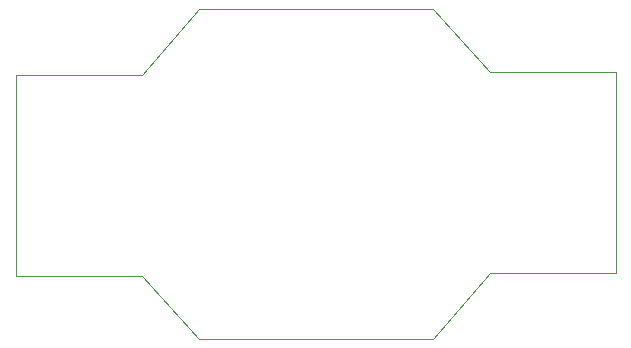
<source format=gm1>
%TF.GenerationSoftware,KiCad,Pcbnew,7.0.6*%
%TF.CreationDate,2023-08-20T20:53:31-04:00*%
%TF.ProjectId,Safe-To-Mate-O-Matic-v3,53616665-2d54-46f2-9d4d-6174652d4f2d,rev?*%
%TF.SameCoordinates,Original*%
%TF.FileFunction,Profile,NP*%
%FSLAX46Y46*%
G04 Gerber Fmt 4.6, Leading zero omitted, Abs format (unit mm)*
G04 Created by KiCad (PCBNEW 7.0.6) date 2023-08-20 20:53:31*
%MOMM*%
%LPD*%
G01*
G04 APERTURE LIST*
%TA.AperFunction,Profile*%
%ADD10C,0.100000*%
%TD*%
G04 APERTURE END LIST*
D10*
X176022000Y-74689000D02*
X165354000Y-74689000D01*
X125222000Y-74943000D02*
X125222000Y-91961000D01*
X176022000Y-91707000D02*
X165354000Y-91707000D01*
X160528000Y-97295000D02*
X150622000Y-97295000D01*
X165354000Y-91707000D02*
X160528000Y-97295000D01*
X135890000Y-74943000D02*
X140716000Y-69355000D01*
X165354000Y-74689000D02*
X160528000Y-69355000D01*
X176022000Y-91707000D02*
X176022000Y-74689000D01*
X125222000Y-91961000D02*
X135890000Y-91961000D01*
X140716000Y-97295000D02*
X150622000Y-97295000D01*
X125222000Y-74943000D02*
X135890000Y-74943000D01*
X160528000Y-69355000D02*
X150622000Y-69355000D01*
X140716000Y-69355000D02*
X150622000Y-69355000D01*
X135890000Y-91961000D02*
X140716000Y-97295000D01*
M02*

</source>
